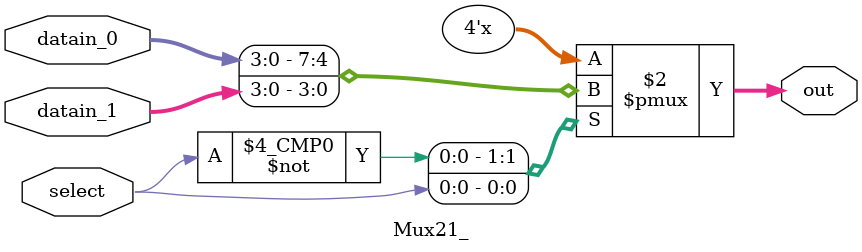
<source format=v>
`timescale 1ns / 1ps
module Mux21_(
	
	input [3:0] datain_0,
	input [3:0] datain_1,
	input select,
	output reg[3:0] out
    );
	 
always @ (select or datain_0 or datain_1)
begin
	case(select)
	1'b0 : out = datain_0;
	1'b1 : out = datain_1;
	endcase
end

endmodule

</source>
